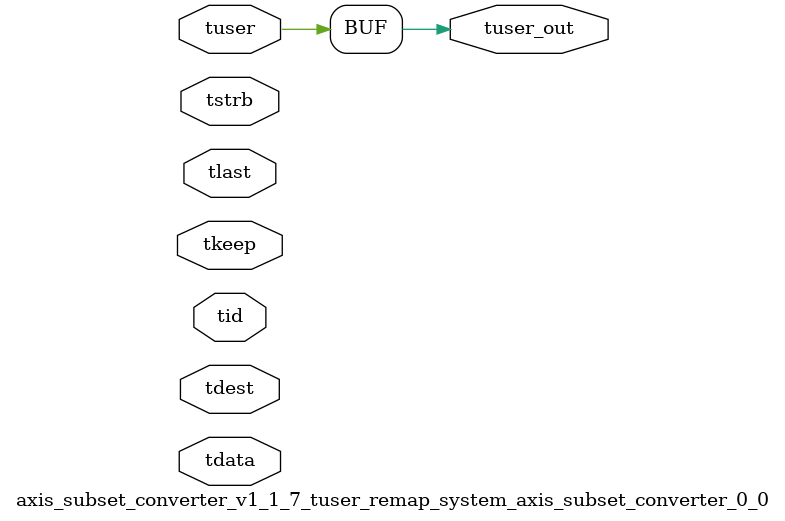
<source format=v>


`timescale 1ps/1ps

module axis_subset_converter_v1_1_7_tuser_remap_system_axis_subset_converter_0_0 #
(
parameter C_S_AXIS_TUSER_WIDTH = 1,
parameter C_S_AXIS_TDATA_WIDTH = 32,
parameter C_S_AXIS_TID_WIDTH   = 0,
parameter C_S_AXIS_TDEST_WIDTH = 0,
parameter C_M_AXIS_TUSER_WIDTH = 1
)
(
input  [(C_S_AXIS_TUSER_WIDTH == 0 ? 1 : C_S_AXIS_TUSER_WIDTH)-1:0     ] tuser,
input  [(C_S_AXIS_TDATA_WIDTH == 0 ? 1 : C_S_AXIS_TDATA_WIDTH)-1:0     ] tdata,
input  [(C_S_AXIS_TID_WIDTH   == 0 ? 1 : C_S_AXIS_TID_WIDTH)-1:0       ] tid,
input  [(C_S_AXIS_TDEST_WIDTH == 0 ? 1 : C_S_AXIS_TDEST_WIDTH)-1:0     ] tdest,
input  [(C_S_AXIS_TDATA_WIDTH/8)-1:0 ] tkeep,
input  [(C_S_AXIS_TDATA_WIDTH/8)-1:0 ] tstrb,
input                                                                    tlast,
output [C_M_AXIS_TUSER_WIDTH-1:0] tuser_out
);

assign tuser_out = {tuser[0:0]};

endmodule


</source>
